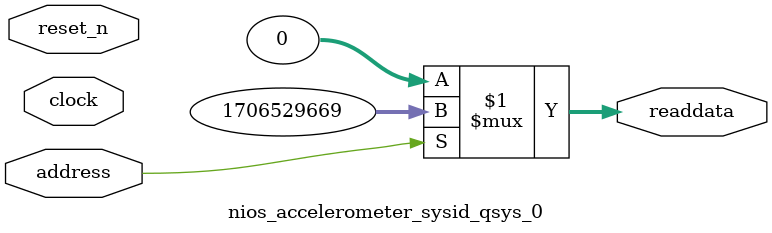
<source format=v>



// synthesis translate_off
`timescale 1ns / 1ps
// synthesis translate_on

// turn off superfluous verilog processor warnings 
// altera message_level Level1 
// altera message_off 10034 10035 10036 10037 10230 10240 10030 

module nios_accelerometer_sysid_qsys_0 (
               // inputs:
                address,
                clock,
                reset_n,

               // outputs:
                readdata
             )
;

  output  [ 31: 0] readdata;
  input            address;
  input            clock;
  input            reset_n;

  wire    [ 31: 0] readdata;
  //control_slave, which is an e_avalon_slave
  assign readdata = address ? 1706529669 : 0;

endmodule



</source>
